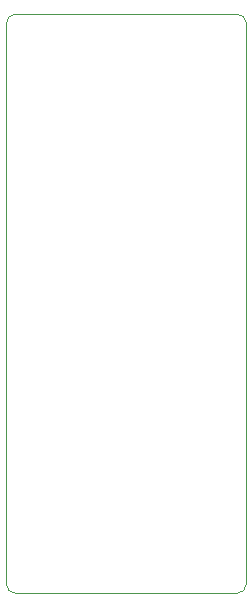
<source format=gbr>
%TF.GenerationSoftware,KiCad,Pcbnew,(5.1.10)-1*%
%TF.CreationDate,2022-01-04T20:26:21-05:00*%
%TF.ProjectId,STM32G441DevBoard,53544d33-3247-4343-9431-446576426f61,rev?*%
%TF.SameCoordinates,Original*%
%TF.FileFunction,Profile,NP*%
%FSLAX46Y46*%
G04 Gerber Fmt 4.6, Leading zero omitted, Abs format (unit mm)*
G04 Created by KiCad (PCBNEW (5.1.10)-1) date 2022-01-04 20:26:21*
%MOMM*%
%LPD*%
G01*
G04 APERTURE LIST*
%TA.AperFunction,Profile*%
%ADD10C,0.050000*%
%TD*%
G04 APERTURE END LIST*
D10*
X62230000Y-119380000D02*
X43434000Y-119380000D01*
X62992000Y-71120000D02*
X62992000Y-118618000D01*
X43434000Y-70358000D02*
X62230000Y-70358000D01*
X42672000Y-118618000D02*
X42672000Y-71120000D01*
X62230000Y-70358000D02*
G75*
G02*
X62992000Y-71120000I0J-762000D01*
G01*
X62992000Y-118618000D02*
G75*
G02*
X62230000Y-119380000I-762000J0D01*
G01*
X43434000Y-119380000D02*
G75*
G02*
X42672000Y-118618000I0J762000D01*
G01*
X42672000Y-71120000D02*
G75*
G02*
X43434000Y-70358000I762000J0D01*
G01*
M02*

</source>
